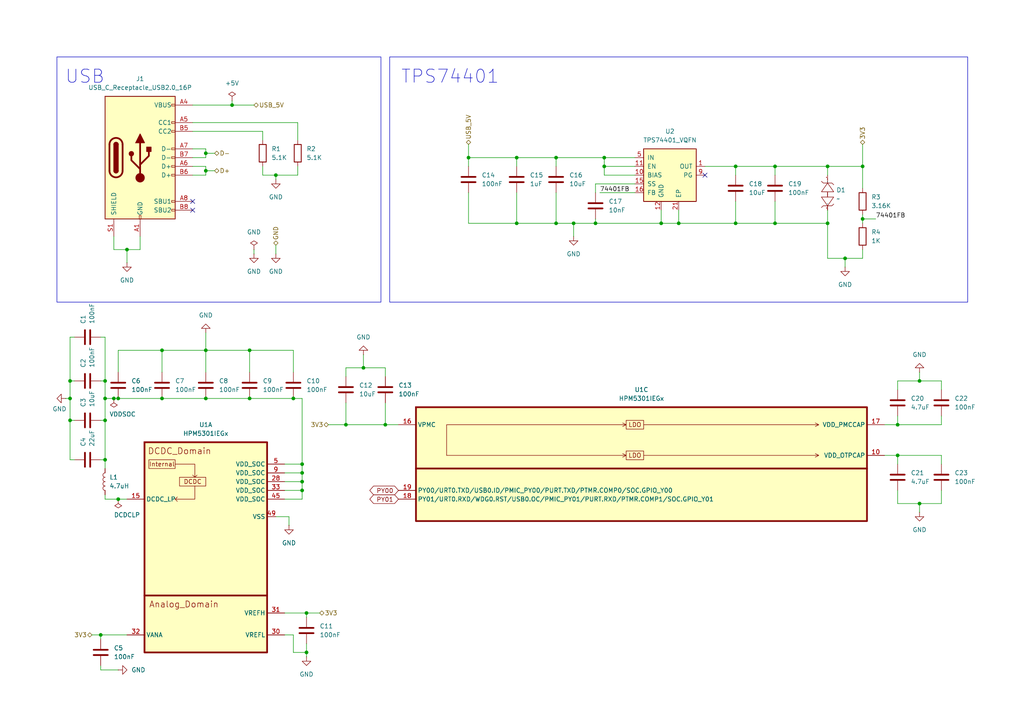
<source format=kicad_sch>
(kicad_sch (version 20250114) (generator "eeschema") (generator_version "9.0")
  (paper "A4")
  (lib_symbols
    (symbol "Connector:USB_C_Receptacle_USB2.0_16P" (pin_names (offset 1.016))
      (property "Reference" "J" (at 0 22.225 0))
      (property "Value" "USB_C_Receptacle_USB2.0_16P" (at 0 19.685 0))
      (symbol "USB_C_Receptacle_USB2.0_16P_0_0"
        (rectangle (start -0.254 -17.78) (end 0.254 -16.764))
        (rectangle (start 10.16 15.494) (end 9.144 14.986))
        (rectangle (start 10.16 10.414) (end 9.144 9.906))
        (rectangle (start 10.16 7.874) (end 9.144 7.366))
        (rectangle (start 10.16 2.794) (end 9.144 2.286))
        (rectangle (start 10.16 0.254) (end 9.144 -0.254))
        (rectangle (start 10.16 -2.286) (end 9.144 -2.794))
        (rectangle (start 10.16 -4.826) (end 9.144 -5.334))
        (rectangle (start 10.16 -12.446) (end 9.144 -12.954))
        (rectangle (start 10.16 -14.986) (end 9.144 -15.494))
      )
      (symbol "USB_C_Receptacle_USB2.0_16P_0_1"
        (rectangle (start -10.16 17.78) (end 10.16 -17.78) (stroke (width 0.254)) (fill (type background)))
        (polyline (pts (xy -8.89 -3.81) (xy -8.89 3.81)) (stroke (width 0.508)))
        (rectangle (start -7.62 -3.81) (end -6.35 3.81) (stroke (width 0.254)) (fill (type outline)))
        (arc (start -7.62 3.81) (mid -6.985 4.4423) (end -6.35 3.81) (stroke (width 0.254)))
        (arc (start -7.62 3.81) (mid -6.985 4.4423) (end -6.35 3.81) (stroke (width 0.254)) (fill (type outline)))
        (arc (start -8.89 3.81) (mid -6.985 5.7067) (end -5.08 3.81) (stroke (width 0.508)))
        (arc (start -5.08 -3.81) (mid -6.985 -5.7067) (end -8.89 -3.81) (stroke (width 0.508)))
        (arc (start -6.35 -3.81) (mid -6.985 -4.4423) (end -7.62 -3.81) (stroke (width 0.254)))
        (arc (start -6.35 -3.81) (mid -6.985 -4.4423) (end -7.62 -3.81) (stroke (width 0.254)) (fill (type outline)))
        (polyline (pts (xy -5.08 3.81) (xy -5.08 -3.81)) (stroke (width 0.508)))
        (circle (center -2.54 1.143) (radius 0.635) (stroke (width 0.254)) (fill (type outline)))
        (polyline (pts (xy -1.27 4.318) (xy 0 6.858) (xy 1.27 4.318) (xy -1.27 4.318)) (stroke (width 0.254)) (fill (type outline)))
        (polyline (pts (xy 0 -2.032) (xy 2.54 0.508) (xy 2.54 1.778)) (stroke (width 0.508)))
        (polyline (pts (xy 0 -3.302) (xy -2.54 -0.762) (xy -2.54 0.508)) (stroke (width 0.508)))
        (polyline (pts (xy 0 -5.842) (xy 0 4.318)) (stroke (width 0.508)))
        (circle (center 0 -5.842) (radius 1.27) (fill (type outline)))
        (rectangle (start 1.905 1.778) (end 3.175 3.048) (stroke (width 0.254)) (fill (type outline)))
      )
      (symbol "USB_C_Receptacle_USB2.0_16P_1_1"
        (pin passive line (at -7.62 -22.86 90) (length 5.08) (name "SHIELD") (number "S1"))
        (pin passive line (at 0 -22.86 90) (length 5.08) (name "GND") (number "A1"))
        (pin passive line (at 0 -22.86 90) (length 5.08) (hide yes) (name "GND") (number "A12"))
        (pin passive line (at 0 -22.86 90) (length 5.08) (hide yes) (name "GND") (number "B1"))
        (pin passive line (at 0 -22.86 90) (length 5.08) (hide yes) (name "GND") (number "B12"))
        (pin passive line (at 15.24 15.24 180) (length 5.08) (name "VBUS") (number "A4"))
        (pin passive line (at 15.24 15.24 180) (length 5.08) (hide yes) (name "VBUS") (number "A9"))
        (pin passive line (at 15.24 15.24 180) (length 5.08) (hide yes) (name "VBUS") (number "B4"))
        (pin passive line (at 15.24 15.24 180) (length 5.08) (hide yes) (name "VBUS") (number "B9"))
        (pin bidirectional line (at 15.24 10.16 180) (length 5.08) (name "CC1") (number "A5"))
        (pin bidirectional line (at 15.24 7.62 180) (length 5.08) (name "CC2") (number "B5"))
        (pin bidirectional line (at 15.24 2.54 180) (length 5.08) (name "D-") (number "A7"))
        (pin bidirectional line (at 15.24 0 180) (length 5.08) (name "D-") (number "B7"))
        (pin bidirectional line (at 15.24 -2.54 180) (length 5.08) (name "D+") (number "A6"))
        (pin bidirectional line (at 15.24 -5.08 180) (length 5.08) (name "D+") (number "B6"))
        (pin bidirectional line (at 15.24 -12.7 180) (length 5.08) (name "SBU1") (number "A8"))
        (pin bidirectional line (at 15.24 -15.24 180) (length 5.08) (name "SBU2") (number "B8"))
      )
    )
    (symbol "Device:C" (pin_numbers (hide yes)) (pin_names (offset 0.254))
      (property "Reference" "C" (at 0.635 2.54 0))
      (property "Value" "C" (at 0.635 -2.54 0))
      (symbol "C_0_1"
        (polyline (pts (xy -2.032 0.762) (xy 2.032 0.762)) (stroke (width 0.508)))
        (polyline (pts (xy -2.032 -0.762) (xy 2.032 -0.762)) (stroke (width 0.508)))
      )
      (symbol "C_1_1"
        (pin passive line (at 0 3.81 270) (length 2.794) (name "~") (number "1"))
        (pin passive line (at 0 -3.81 90) (length 2.794) (name "~") (number "2"))
      )
    )
    (symbol "Device:L" (pin_numbers (hide yes)) (pin_names (offset 1.016) (hide yes))
      (property "Reference" "L" (at -1.27 0 90))
      (property "Value" "L" (at 1.905 0 90))
      (symbol "L_0_1"
        (arc (start 0 2.54) (mid 0.6323 1.905) (end 0 1.27))
        (arc (start 0 1.27) (mid 0.6323 0.635) (end 0 0))
        (arc (start 0 0) (mid 0.6323 -0.635) (end 0 -1.27))
        (arc (start 0 -1.27) (mid 0.6323 -1.905) (end 0 -2.54))
      )
      (symbol "L_1_1"
        (pin passive line (at 0 3.81 270) (length 1.27) (name "1") (number "1"))
        (pin passive line (at 0 -3.81 90) (length 1.27) (name "2") (number "2"))
      )
    )
    (symbol "Device:R" (pin_numbers (hide yes)) (pin_names (offset 0))
      (property "Reference" "R" (at 2.032 0 90))
      (property "Value" "R" (at 0 0 90))
      (symbol "R_0_1"
        (rectangle (start -1.016 -2.54) (end 1.016 2.54) (stroke (width 0.254)))
      )
      (symbol "R_1_1"
        (pin passive line (at 0 3.81 270) (length 1.27) (name "~") (number "1"))
        (pin passive line (at 0 -3.81 90) (length 1.27) (name "~") (number "2"))
      )
    )
    (symbol "EasyEDA_Lib:PESD3V3L1BA_C2827682"
      (property "Reference" "D" (at 0 0 0))
      (symbol "PESD3V3L1BA_C2827682_1_0"
        (polyline (pts (xy -4.318 1.778) (xy -3.81 1.27) (xy -3.81 1.27) (xy -3.81 -1.27) (xy -3.81 -1.27) (xy -3.302 -1.778)))
        (polyline (pts (xy -3.81 0) (xy -5.08 0)))
        (polyline (pts (xy -1.27 1.778) (xy -3.81 0) (xy -3.81 0) (xy -1.27 -1.778) (xy -1.27 -1.778) (xy -1.27 1.778)))
        (polyline (pts (xy -1.016 0) (xy 0.254 0)))
        (polyline (pts (xy 0 0) (xy -1.27 0)))
        (polyline (pts (xy 0.254 -1.778) (xy 2.794 0) (xy 2.794 0) (xy 0.254 1.778) (xy 0.254 1.778) (xy 0.254 -1.778)))
        (polyline (pts (xy 2.286 -1.778) (xy 2.794 -1.27) (xy 2.794 -1.27) (xy 2.794 1.27) (xy 2.794 1.27) (xy 3.302 1.778)))
        (polyline (pts (xy 2.794 0) (xy 4.064 0)))
        (pin unspecified line (at -5.08 0 0) (length 1.27) (name "K") (number "1"))
        (pin unspecified line (at 5.08 0 180) (length 1.27) (name "A") (number "2"))
      )
    )
    (symbol "HPM5300_Library:HPM5301IEG1"
      (property "Reference" "U" (at 1.27 1.27 0))
      (property "Value" "HPM5301IEGx" (at 15.24 1.27 0))
      (symbol "HPM5301IEG1_1_0"
        (pin power_in line (at 38.1 -21.59 180) (length 2.54) (name "VSS") (number "49"))
      )
      (symbol "HPM5301IEG1_1_1"
        (rectangle (start 0 0) (end 35.56 -60.96) (stroke (width 0.508)) (fill (type background)))
        (polyline (pts (xy 0 -44.45) (xy 35.56 -44.45)) (stroke (width 0.508)))
        (rectangle (start 1.27 -5.08) (end 8.89 -7.62))
        (polyline (pts (xy 8.89 -6.35) (xy 14.605 -6.35) (xy 14.605 -10.16) (xy 13.97 -9.525) (xy 14.605 -10.16) (xy 15.24 -9.525)))
        (rectangle (start 10.16 -10.16) (end 17.78 -12.7))
        (polyline (pts (xy 14.605 -12.7) (xy 14.605 -16.51) (xy 8.89 -16.51) (xy 9.525 -15.875) (xy 8.89 -16.51) (xy 9.525 -17.145)))
        (text "Internal" (at 5.08 -6.35 0) (effects (font (size 1.27 1.27))))
        (text "DCDC_Domain" (at 10.16 -2.54 0) (effects (font (size 1.778 1.778))))
        (text "Analog_Domain" (at 11.43 -46.99 0) (effects (font (size 1.778 1.778))))
        (text "DCDC" (at 13.97 -11.43 0) (effects (font (size 1.27 1.27))))
        (pin power_in line (at -5.08 -16.51 0) (length 5.08) (name "DCDC_LP") (number "15"))
        (pin power_in line (at -5.08 -55.88 0) (length 5.08) (name "VANA") (number "32"))
        (pin power_in line (at 40.64 -6.35 180) (length 5.08) (name "VDD_SOC") (number "5"))
        (pin power_in line (at 40.64 -8.89 180) (length 5.08) (name "VDD_SOC") (number "9"))
        (pin power_in line (at 40.64 -11.43 180) (length 5.08) (name "VDD_SOC") (number "28"))
        (pin power_in line (at 40.64 -13.97 180) (length 5.08) (name "VDD_SOC") (number "33"))
        (pin power_in line (at 40.64 -16.51 180) (length 5.08) (name "VDD_SOC") (number "45"))
        (pin power_in line (at 40.64 -49.53 180) (length 5.08) (name "VREFH") (number "31"))
        (pin power_in line (at 40.64 -55.88 180) (length 5.08) (name "VREFL") (number "30"))
      )
      (symbol "HPM5301IEG1_2_1"
        (rectangle (start 0 0) (end 35.56 -33.02) (stroke (width 0.508)) (fill (type background)))
        (pin input line (at -5.08 -3.81 0) (length 5.08) (name "XTALI") (number "35"))
        (pin output line (at -5.08 -12.7 0) (length 5.08) (name "XTALO") (number "36"))
        (pin input line (at -5.08 -17.78 0) (length 5.08) (name "RESETN") (number "13"))
        (pin input line (at -5.08 -21.59 0) (length 5.08) (name "WAKEUP") (number "14"))
      )
      (symbol "HPM5301IEG1_3_0"
        (polyline (pts (xy 8.89 -5.08) (xy 60.96 -5.08) (xy 59.944 -4.572) (xy 60.96 -5.08) (xy 59.944 -5.588)))
        (polyline (pts (xy 8.89 -13.97) (xy 60.96 -13.97) (xy 59.944 -13.462) (xy 60.96 -13.97) (xy 59.944 -14.478)))
        (polyline (pts (xy 66.04 -5.08) (xy 116.84 -5.08) (xy 115.824 -4.572) (xy 116.84 -5.08) (xy 115.824 -5.588)))
        (polyline (pts (xy 66.04 -13.97) (xy 116.84 -13.97) (xy 115.824 -13.462) (xy 116.84 -13.97) (xy 115.824 -14.478)))
      )
      (symbol "HPM5301IEG1_3_1"
        (rectangle (start 0 0) (end 130.81 -33.02) (stroke (width 0.508)) (fill (type background)))
        (polyline (pts (xy 0 -17.78) (xy 130.81 -17.78)) (stroke (width 0.508)))
        (polyline (pts (xy 8.89 -12.7) (xy 8.89 -5.08) (xy 8.89 -13.97)))
        (rectangle (start 60.96 -3.81) (end 66.04 -6.35))
        (rectangle (start 60.96 -12.7) (end 66.04 -15.24))
        (text "LDO" (at 63.5 -5.08 0) (effects (font (size 1.27 1.27))))
        (text "LDO" (at 63.5 -13.97 0) (effects (font (size 1.27 1.27))))
        (pin power_in line (at -5.08 -5.08 0) (length 5.08) (name "VPMC") (number "16"))
        (pin bidirectional line (at -5.08 -24.13 0) (length 5.08) (name "PY00/URT0.TXD/USB0.ID/PMIC_PY00/PURT.TXD/PTMR.COMP0/SOC.GPIO_Y00") (number "19"))
        (pin bidirectional line (at -5.08 -26.67 0) (length 5.08) (name "PY01/URT0.RXD/WDG0.RST/USB0.OC/PMIC_PY01/PURT.RXD/PTMR.COMP1/SOC.GPIO_Y01") (number "18"))
        (pin power_out line (at 135.89 -5.08 180) (length 5.08) (name "VDD_PMCCAP") (number "17"))
        (pin power_out line (at 135.89 -13.97 180) (length 5.08) (name "VDD_OTPCAP") (number "10"))
      )
      (symbol "HPM5301IEG1_4_1"
        (rectangle (start 0 0) (end 111.76 -93.98) (stroke (width 0.508)) (fill (type background)))
        (polyline (pts (xy 0 -12.7) (xy 111.76 -12.7)) (stroke (width 0.5)))
        (text "ISP_UART_TX" (at 48.26 -17.78 0) (effects (font (size 1.27 1.27) (bold yes))))
        (text "ISP_UART_RX" (at 62.23 -20.32 0) (effects (font (size 1.27 1.27) (bold yes))))
        (text "BOOT1" (at 88.9 -25.4 0) (effects (font (size 1.27 1.27) (bold yes))))
        (text "BOOT0" (at 91.44 -22.86 0) (effects (font (size 1.27 1.27) (bold yes))))
        (pin power_in line (at -5.08 -3.81 0) (length 5.08) (name "VIO_B00") (number "6"))
        (pin power_in line (at -5.08 -6.35 0) (length 5.08) (name "VIO_B00") (number "34"))
        (pin power_in line (at -5.08 -8.89 0) (length 5.08) (name "VIO_B01") (number "29"))
        (pin bidirectional line (at -5.08 -17.78 0) (length 5.08) (name "PA00/TMR1.COMP0/URT0.TXD/TRGM0.P00") (number "12"))
        (pin bidirectional line (at -5.08 -20.32 0) (length 5.08) (name "PA01/TMR1.CAPT0/URT0.RXD/TRGM0.P01/ACMP.COMP0") (number "11"))
        (pin bidirectional line (at -5.08 -22.86 0) (length 5.08) (name "PA02/TMR1.COMP1/URT0.DE/URT0.RTS/I2C0.SCL/ACMP.COMP0/TRGM0.P02/ACMP.COMP1") (number "8"))
        (pin bidirectional line (at -5.08 -25.4 0) (length 5.08) (name "PA03/TMR1.CAPT1/URT0.CTS/I2C0.SDA/SPI3.CS3/ACMP.COMP1/TRGM0.P03/ADC0.DBG") (number "7"))
        (pin bidirectional line (at -5.08 -27.94 0) (length 5.08) (name "PA04/URT1.CTS/SPI0.CS0/TRGM0.P04/JTAG.TDO") (number "1"))
        (pin bidirectional line (at -5.08 -30.48 0) (length 5.08) (name "PA05/TMR1.COMP2/URT1.DE/URT1.RTS/SPI0.SCLK/TRGM0.P05/JTAG.TDI") (number "48"))
        (pin bidirectional line (at -5.08 -33.02 0) (length 5.08) (name "PA06/TMR0.CAPT0/URT1.RXD/I2C1.SDA/SPI0.MISO/TRGM0.P06/JTAG.TCK") (number "47"))
        (pin bidirectional line (at -5.08 -35.56 0) (length 5.08) (name "PA07/TMR0.COMP0/URT1.TXD/I2C1.SCL/SPI0.MOSI/TRGM0.P07/JTAG.TMS") (number "46"))
        (pin bidirectional line (at -5.08 -38.1 0) (length 5.08) (name "PA08/TMR0.COMP1/URT2.TXD/I2C2.SCL/SPI3.CS2/JTAG.TRST") (number "2"))
        (pin bidirectional line (at -5.08 -40.64 0) (length 5.08) (name "PA09/TMR0.CAPT1/URT2.RXD/I2C2.SDA/SPI3.CS1") (number "3"))
        (pin bidirectional line (at -5.08 -43.18 0) (length 5.08) (name "PA10/TMR0.COMP2/URT2.DE/URT2.RTS/SPI3.CS0/ACMP.COMP0") (number "4"))
        (pin bidirectional line (at -5.08 -45.72 0) (length 5.08) (name "PA24/I2C2.SCL/SPI1.CS2/XPI0.CA_CS1/TRGM0.P00") (number "44"))
        (pin bidirectional line (at -5.08 -48.26 0) (length 5.08) (name "PA25/I2C2.SDA/SPI1.CS1/XPI0.CA_DQS/TRGM0.P01") (number "43"))
        (pin bidirectional line (at -5.08 -50.8 0) (length 5.08) (name "PA26/SPI1.CS0/XPI0.CA_D3/TRGM0.P02") (number "42"))
        (pin bidirectional line (at -5.08 -53.34 0) (length 5.08) (name "PA27/SPI1.SCLK/XPI0.CA_SCLK/TRGM0.P03") (number "41"))
        (pin bidirectional line (at -5.08 -55.88 0) (length 5.08) (name "PA28/I2C3.SDA/SPI1.MISO/XPI0.CA_D0/TRGM0.P04") (number "40"))
        (pin bidirectional line (at -5.08 -58.42 0) (length 5.08) (name "PA29/I2C3.SCL/SPI1.MOSI/XPI0.CA_D2/TRGM0.P05/USB0.OC") (number "39"))
        (pin bidirectional line (at -5.08 -60.96 0) (length 5.08) (name "PA30/SPI1.DAT2/XPI0.CA_D1/TRGM0.P06/USB0.PWR") (number "38"))
        (pin bidirectional line (at -5.08 -63.5 0) (length 5.08) (name "PA31/SPI1.DAT3/XPI0.CA_CS0/TRGM0.P07/USB0.ID") (number "37"))
        (pin bidirectional line (at -5.08 -72.39 0) (length 5.08) (name "PB08/TMR0.COMP1/URT2.TXD/I2C2.SCL/SPI2.CS2/ACMP.COMP0/USB0.ID/ADC0.IN11/CMP0.INN6/CMP1.INN6") (number "27"))
        (pin bidirectional line (at -5.08 -74.93 0) (length 5.08) (name "PB09/TMR0.CAPT1/URT2.RXD/I2C2.SDA/SPI2.CS1/ACMP.COMP1/USB0.OC/ADC0.IN1/CMP0.INP6/CMP1.INP6") (number "26"))
        (pin bidirectional line (at -5.08 -77.47 0) (length 5.08) (name "PB10/TMR0.COMP2/URT2.DE/URT2.RTS/SPI2.CS0/ACMP.COMP0/USB0.PWR/ADC0.IN2/CMP0.INP4/CMP1.INP4") (number "25"))
        (pin bidirectional line (at -5.08 -80.01 0) (length 5.08) (name "PB11/URT2.CTS/SPI2.SCLK/ACMP.COMP1/ADC0.IN3/CMP0.INN4/CMP1.INN4") (number "24"))
        (pin bidirectional line (at -5.08 -82.55 0) (length 5.08) (name "PB12/URT3.CTS/I2C3.SDA/SPI2.MISO/TRGM0.P00/ADC0.IN4/CMP0.INN2/CMP1.INN2") (number "23"))
        (pin bidirectional line (at -5.08 -85.09 0) (length 5.08) (name "PB13/TMR1.COMP3/URT3.DE/URT3.RTS/I2C3.SCL/SPI2.MOSI/TRGM0.P01/ADC0.IN5/CMP0.INP2/CMP1.INP2") (number "22"))
        (pin bidirectional line (at -5.08 -87.63 0) (length 5.08) (name "PB14/URT3.RXD/SPI2.DAT2/TRGM0.P02/ADC0.IN6/CMP0.INN1/CMP1.INN1") (number "21"))
        (pin bidirectional line (at -5.08 -90.17 0) (length 5.08) (name "PB15/TMR0.COMP3/URT3.TXD/SPI2.DAT3/TRGM0.P03/ADC0.IN7/CMP0.INP1/CMP1.INP1") (number "20"))
      )
    )
    (symbol "Regulator_Linear:TPS74401_VQFN" (pin_names (offset 1.016))
      (property "Reference" "U" (at -6.35 8.89 0))
      (property "Value" "TPS74401_VQFN" (at 11.43 8.89 0))
      (symbol "TPS74401_VQFN_0_1"
        (rectangle (start -7.62 7.62) (end 7.62 -7.62) (stroke (width 0.254)) (fill (type background)))
      )
      (symbol "TPS74401_VQFN_1_1"
        (pin power_in line (at -10.16 5.08 0) (length 2.54) (name "IN") (number "5"))
        (pin passive line (at -10.16 5.08 0) (length 2.54) (hide yes) (name "IN") (number "6"))
        (pin passive line (at -10.16 5.08 0) (length 2.54) (hide yes) (name "IN") (number "7"))
        (pin passive line (at -10.16 5.08 0) (length 2.54) (hide yes) (name "IN") (number "8"))
        (pin input line (at -10.16 2.54 0) (length 2.54) (name "EN") (number "11"))
        (pin input line (at -10.16 0 0) (length 2.54) (name "BIAS") (number "10"))
        (pin input line (at -10.16 -2.54 0) (length 2.54) (name "SS") (number "15"))
        (pin input line (at -10.16 -5.08 0) (length 2.54) (name "FB") (number "16"))
        (pin no_connect line (at -2.54 7.62 270) (length 2.54) (hide yes) (name "NC") (number "2"))
        (pin power_in line (at -2.54 -10.16 90) (length 2.54) (name "GND") (number "12"))
        (pin no_connect line (at 0 7.62 270) (length 2.54) (hide yes) (name "NC") (number "3"))
        (pin no_connect line (at 0 -7.62 90) (length 2.54) (hide yes) (name "NC") (number "13"))
        (pin no_connect line (at 2.54 7.62 270) (length 2.54) (hide yes) (name "NC") (number "4"))
        (pin power_in line (at 2.54 -10.16 90) (length 2.54) (name "EP") (number "21"))
        (pin no_connect line (at 7.62 -2.54 180) (length 2.54) (hide yes) (name "NC") (number "17"))
        (pin no_connect line (at 7.62 -5.08 180) (length 2.54) (hide yes) (name "NC") (number "14"))
        (pin power_out line (at 10.16 2.54 180) (length 2.54) (name "OUT") (number "1"))
        (pin passive line (at 10.16 2.54 180) (length 2.54) (hide yes) (name "OUT") (number "18"))
        (pin passive line (at 10.16 2.54 180) (length 2.54) (hide yes) (name "OUT") (number "19"))
        (pin passive line (at 10.16 2.54 180) (length 2.54) (hide yes) (name "OUT") (number "20"))
        (pin output line (at 10.16 0 180) (length 2.54) (name "PG") (number "9"))
      )
    )
    (symbol "power:GND" (power) (pin_numbers (hide yes)) (pin_names (offset 0) (hide yes))
      (property "Value" "GND" (at 0 -3.81 0))
      (symbol "GND_0_1"
        (polyline (pts (xy 0 0) (xy 0 -1.27) (xy 1.27 -1.27) (xy 0 -2.54) (xy -1.27 -1.27) (xy 0 -1.27)))
      )
      (symbol "GND_1_1"
        (pin power_in line (at 0 0 270) (length 0) (name "~") (number "1"))
      )
    )
    (symbol "power:PWR_FLAG" (power) (pin_numbers (hide yes)) (pin_names (offset 0) (hide yes))
      (property "Value" "PWR_FLAG" (at 0 3.81 0))
      (symbol "PWR_FLAG_0_0"
        (pin power_out line (at 0 0 90) (length 0) (name "~") (number "1"))
      )
      (symbol "PWR_FLAG_0_1"
        (polyline (pts (xy 0 0) (xy 0 1.27) (xy -1.016 1.905) (xy 0 2.54) (xy 1.016 1.905) (xy 0 1.27)))
      )
    )
  )
  (rectangle (start 16.51 16.51) (end 110.49 87.63))
  (rectangle (start 113.03 16.51) (end 280.67 87.63))
  (text "USB" (at 24.638 22.352 0) (effects (font (size 3.81 3.81))))
  (text "TPS74401" (at 130.556 22.352 0) (effects (font (size 3.81 3.81))))
  (junction (at 20.32 110.49))
  (junction (at 224.79 64.77))
  (junction (at 245.11 74.93))
  (junction (at 240.03 48.26))
  (junction (at 67.31 30.48))
  (junction (at 29.21 184.15))
  (junction (at 260.35 132.08))
  (junction (at 266.7 146.05))
  (junction (at 87.63 142.24))
  (junction (at 20.32 115.57))
  (junction (at 85.09 115.57))
  (junction (at 59.69 115.57))
  (junction (at 88.9 177.8))
  (junction (at 100.33 123.19))
  (junction (at 149.86 64.77))
  (junction (at 191.77 64.77))
  (junction (at 196.85 64.77))
  (junction (at 30.48 133.35))
  (junction (at 36.83 72.39))
  (junction (at 34.29 115.57))
  (junction (at 161.29 45.72))
  (junction (at 224.79 48.26))
  (junction (at 149.86 45.72))
  (junction (at 260.35 123.19))
  (junction (at 46.99 115.57))
  (junction (at 87.63 139.7))
  (junction (at 135.89 45.72))
  (junction (at 175.26 45.72))
  (junction (at 266.7 110.49))
  (junction (at 172.72 64.77))
  (junction (at 240.03 64.77))
  (junction (at 250.19 48.26))
  (junction (at 30.48 110.49))
  (junction (at 80.01 50.8))
  (junction (at 166.37 64.77))
  (junction (at 213.36 64.77))
  (junction (at 161.29 64.77))
  (junction (at 250.19 63.5))
  (junction (at 87.63 134.62))
  (junction (at 20.32 121.92))
  (junction (at 30.48 121.92))
  (junction (at 111.76 123.19))
  (junction (at 72.39 115.57))
  (junction (at 175.26 48.26))
  (junction (at 59.69 44.45))
  (junction (at 87.63 137.16))
  (junction (at 59.69 101.6))
  (junction (at 33.02 115.57))
  (junction (at 34.29 144.78))
  (junction (at 30.48 115.57))
  (junction (at 213.36 48.26))
  (junction (at 88.9 189.23))
  (junction (at 46.99 101.6))
  (junction (at 59.69 49.53))
  (junction (at 105.41 106.68))
  (junction (at 72.39 101.6))
  (no_connect (at 204.47 50.8))
  (no_connect (at 55.88 58.42))
  (no_connect (at 55.88 60.96))
  (wire (pts (xy 33.02 115.57) (xy 34.29 115.57)))
  (wire (pts (xy 34.29 115.57) (xy 46.99 115.57)))
  (wire (pts (xy 166.37 64.77) (xy 166.37 68.58)))
  (wire (pts (xy 135.89 55.88) (xy 135.89 64.77)))
  (wire (pts (xy 172.72 64.77) (xy 191.77 64.77)))
  (wire (pts (xy 20.32 97.79) (xy 20.32 110.49)))
  (wire (pts (xy 88.9 177.8) (xy 88.9 179.07)))
  (wire (pts (xy 250.19 48.26) (xy 240.03 48.26)))
  (wire (pts (xy 29.21 184.15) (xy 26.67 184.15)))
  (wire (pts (xy 29.21 121.92) (xy 30.48 121.92)))
  (wire (pts (xy 250.19 41.91) (xy 250.19 48.26)))
  (wire (pts (xy 82.55 177.8) (xy 88.9 177.8)))
  (wire (pts (xy 46.99 115.57) (xy 59.69 115.57)))
  (wire (pts (xy 213.36 64.77) (xy 196.85 64.77)))
  (wire (pts (xy 55.88 43.18) (xy 59.69 43.18)))
  (wire (pts (xy 245.11 77.47) (xy 245.11 74.93)))
  (wire (pts (xy 260.35 123.19) (xy 260.35 120.65)))
  (wire (pts (xy 111.76 116.84) (xy 111.76 123.19)))
  (wire (pts (xy 266.7 110.49) (xy 266.7 107.95)))
  (wire (pts (xy 273.05 120.65) (xy 273.05 123.19)))
  (wire (pts (xy 86.36 50.8) (xy 86.36 48.26)))
  (wire (pts (xy 21.59 133.35) (xy 20.32 133.35)))
  (wire (pts (xy 33.02 72.39) (xy 36.83 72.39)))
  (wire (pts (xy 196.85 60.96) (xy 196.85 64.77)))
  (wire (pts (xy 82.55 142.24) (xy 87.63 142.24)))
  (wire (pts (xy 30.48 97.79) (xy 30.48 110.49)))
  (wire (pts (xy 29.21 184.15) (xy 29.21 185.42)))
  (wire (pts (xy 87.63 137.16) (xy 87.63 139.7)))
  (wire (pts (xy 161.29 64.77) (xy 166.37 64.77)))
  (wire (pts (xy 72.39 107.95) (xy 72.39 101.6)))
  (wire (pts (xy 100.33 106.68) (xy 105.41 106.68)))
  (wire (pts (xy 266.7 146.05) (xy 266.7 148.59)))
  (wire (pts (xy 95.25 123.19) (xy 100.33 123.19)))
  (wire (pts (xy 76.2 40.64) (xy 76.2 38.1)))
  (wire (pts (xy 59.69 101.6) (xy 59.69 107.95)))
  (wire (pts (xy 204.47 48.26) (xy 213.36 48.26)))
  (wire (pts (xy 105.41 106.68) (xy 105.41 102.87)))
  (wire (pts (xy 80.01 50.8) (xy 86.36 50.8)))
  (wire (pts (xy 85.09 115.57) (xy 87.63 115.57)))
  (wire (pts (xy 256.54 132.08) (xy 260.35 132.08)))
  (wire (pts (xy 87.63 142.24) (xy 87.63 144.78)))
  (wire (pts (xy 85.09 107.95) (xy 85.09 101.6)))
  (wire (pts (xy 184.15 53.34) (xy 172.72 53.34)))
  (wire (pts (xy 100.33 123.19) (xy 111.76 123.19)))
  (wire (pts (xy 21.59 97.79) (xy 20.32 97.79)))
  (wire (pts (xy 30.48 143.51) (xy 30.48 144.78)))
  (wire (pts (xy 36.83 184.15) (xy 29.21 184.15)))
  (wire (pts (xy 161.29 55.88) (xy 161.29 64.77)))
  (wire (pts (xy 250.19 54.61) (xy 250.19 48.26)))
  (wire (pts (xy 273.05 113.03) (xy 273.05 110.49)))
  (wire (pts (xy 135.89 48.26) (xy 135.89 45.72)))
  (wire (pts (xy 76.2 50.8) (xy 80.01 50.8)))
  (wire (pts (xy 213.36 58.42) (xy 213.36 64.77)))
  (wire (pts (xy 29.21 110.49) (xy 30.48 110.49)))
  (wire (pts (xy 34.29 101.6) (xy 46.99 101.6)))
  (wire (pts (xy 260.35 132.08) (xy 260.35 134.62)))
  (wire (pts (xy 240.03 48.26) (xy 224.79 48.26)))
  (wire (pts (xy 260.35 142.24) (xy 260.35 146.05)))
  (wire (pts (xy 250.19 62.23) (xy 250.19 63.5)))
  (wire (pts (xy 135.89 41.91) (xy 135.89 45.72)))
  (wire (pts (xy 59.69 48.26) (xy 59.69 49.53)))
  (wire (pts (xy 85.09 189.23) (xy 88.9 189.23)))
  (wire (pts (xy 135.89 64.77) (xy 149.86 64.77)))
  (wire (pts (xy 72.39 115.57) (xy 85.09 115.57)))
  (wire (pts (xy 59.69 101.6) (xy 72.39 101.6)))
  (wire (pts (xy 166.37 64.77) (xy 172.72 64.77)))
  (wire (pts (xy 86.36 40.64) (xy 86.36 35.56)))
  (wire (pts (xy 34.29 144.78) (xy 36.83 144.78)))
  (wire (pts (xy 67.31 30.48) (xy 73.66 30.48)))
  (wire (pts (xy 224.79 58.42) (xy 224.79 64.77)))
  (wire (pts (xy 20.32 115.57) (xy 20.32 110.49)))
  (wire (pts (xy 250.19 63.5) (xy 250.19 64.77)))
  (wire (pts (xy 82.55 137.16) (xy 87.63 137.16)))
  (wire (pts (xy 30.48 110.49) (xy 30.48 115.57)))
  (wire (pts (xy 224.79 50.8) (xy 224.79 48.26)))
  (wire (pts (xy 260.35 123.19) (xy 273.05 123.19)))
  (wire (pts (xy 76.2 50.8) (xy 76.2 48.26)))
  (wire (pts (xy 149.86 48.26) (xy 149.86 45.72)))
  (wire (pts (xy 36.83 72.39) (xy 36.83 76.2)))
  (wire (pts (xy 250.19 74.93) (xy 245.11 74.93)))
  (wire (pts (xy 30.48 115.57) (xy 30.48 121.92)))
  (wire (pts (xy 100.33 116.84) (xy 100.33 123.19)))
  (wire (pts (xy 87.63 115.57) (xy 87.63 134.62)))
  (wire (pts (xy 55.88 45.72) (xy 59.69 45.72)))
  (wire (pts (xy 55.88 30.48) (xy 67.31 30.48)))
  (wire (pts (xy 29.21 133.35) (xy 30.48 133.35)))
  (wire (pts (xy 87.63 134.62) (xy 82.55 134.62)))
  (wire (pts (xy 67.31 30.48) (xy 67.31 29.21)))
  (wire (pts (xy 59.69 49.53) (xy 62.23 49.53)))
  (wire (pts (xy 240.03 60.96) (xy 240.03 64.77)))
  (wire (pts (xy 30.48 133.35) (xy 30.48 135.89)))
  (wire (pts (xy 273.05 142.24) (xy 273.05 146.05)))
  (wire (pts (xy 175.26 48.26) (xy 184.15 48.26)))
  (wire (pts (xy 260.35 113.03) (xy 260.35 110.49)))
  (wire (pts (xy 161.29 45.72) (xy 175.26 45.72)))
  (wire (pts (xy 83.82 149.86) (xy 83.82 152.4)))
  (wire (pts (xy 87.63 139.7) (xy 87.63 142.24)))
  (wire (pts (xy 224.79 64.77) (xy 213.36 64.77)))
  (wire (pts (xy 29.21 97.79) (xy 30.48 97.79)))
  (wire (pts (xy 224.79 48.26) (xy 213.36 48.26)))
  (wire (pts (xy 33.02 68.58) (xy 33.02 72.39)))
  (wire (pts (xy 273.05 146.05) (xy 266.7 146.05)))
  (wire (pts (xy 273.05 110.49) (xy 266.7 110.49)))
  (wire (pts (xy 149.86 45.72) (xy 161.29 45.72)))
  (wire (pts (xy 240.03 50.8) (xy 240.03 48.26)))
  (wire (pts (xy 260.35 132.08) (xy 273.05 132.08)))
  (wire (pts (xy 88.9 177.8) (xy 92.71 177.8)))
  (wire (pts (xy 59.69 45.72) (xy 59.69 44.45)))
  (wire (pts (xy 80.01 149.86) (xy 83.82 149.86)))
  (wire (pts (xy 30.48 121.92) (xy 30.48 133.35)))
  (wire (pts (xy 21.59 110.49) (xy 20.32 110.49)))
  (wire (pts (xy 34.29 107.95) (xy 34.29 101.6)))
  (wire (pts (xy 20.32 115.57) (xy 19.05 115.57)))
  (wire (pts (xy 111.76 123.19) (xy 115.57 123.19)))
  (wire (pts (xy 256.54 123.19) (xy 260.35 123.19)))
  (wire (pts (xy 59.69 44.45) (xy 62.23 44.45)))
  (wire (pts (xy 73.66 72.39) (xy 73.66 73.66)))
  (wire (pts (xy 80.01 71.12) (xy 80.01 73.66)))
  (wire (pts (xy 85.09 184.15) (xy 85.09 189.23)))
  (wire (pts (xy 260.35 146.05) (xy 266.7 146.05)))
  (wire (pts (xy 55.88 35.56) (xy 86.36 35.56)))
  (wire (pts (xy 100.33 109.22) (xy 100.33 106.68)))
  (wire (pts (xy 40.64 68.58) (xy 40.64 72.39)))
  (wire (pts (xy 34.29 194.31) (xy 29.21 194.31)))
  (wire (pts (xy 87.63 134.62) (xy 87.63 137.16)))
  (wire (pts (xy 55.88 50.8) (xy 59.69 50.8)))
  (wire (pts (xy 82.55 184.15) (xy 85.09 184.15)))
  (wire (pts (xy 88.9 189.23) (xy 88.9 186.69)))
  (wire (pts (xy 149.86 64.77) (xy 161.29 64.77)))
  (wire (pts (xy 175.26 50.8) (xy 175.26 48.26)))
  (wire (pts (xy 149.86 55.88) (xy 149.86 64.77)))
  (wire (pts (xy 213.36 48.26) (xy 213.36 50.8)))
  (wire (pts (xy 196.85 64.77) (xy 191.77 64.77)))
  (wire (pts (xy 59.69 50.8) (xy 59.69 49.53)))
  (wire (pts (xy 21.59 121.92) (xy 20.32 121.92)))
  (wire (pts (xy 29.21 194.31) (xy 29.21 193.04)))
  (wire (pts (xy 55.88 48.26) (xy 59.69 48.26)))
  (wire (pts (xy 59.69 96.52) (xy 59.69 101.6)))
  (wire (pts (xy 254 63.5) (xy 250.19 63.5)))
  (wire (pts (xy 135.89 45.72) (xy 149.86 45.72)))
  (wire (pts (xy 20.32 121.92) (xy 20.32 115.57)))
  (wire (pts (xy 46.99 101.6) (xy 59.69 101.6)))
  (wire (pts (xy 87.63 144.78) (xy 82.55 144.78)))
  (wire (pts (xy 111.76 109.22) (xy 111.76 106.68)))
  (wire (pts (xy 175.26 48.26) (xy 175.26 45.72)))
  (wire (pts (xy 30.48 115.57) (xy 33.02 115.57)))
  (wire (pts (xy 46.99 107.95) (xy 46.99 101.6)))
  (wire (pts (xy 191.77 64.77) (xy 191.77 60.96)))
  (wire (pts (xy 184.15 50.8) (xy 175.26 50.8)))
  (wire (pts (xy 173.99 55.88) (xy 184.15 55.88)))
  (wire (pts (xy 80.01 50.8) (xy 80.01 52.07)))
  (wire (pts (xy 240.03 64.77) (xy 224.79 64.77)))
  (wire (pts (xy 30.48 144.78) (xy 34.29 144.78)))
  (wire (pts (xy 88.9 190.5) (xy 88.9 189.23)))
  (wire (pts (xy 260.35 110.49) (xy 266.7 110.49)))
  (wire (pts (xy 245.11 74.93) (xy 240.03 74.93)))
  (wire (pts (xy 40.64 72.39) (xy 36.83 72.39)))
  (wire (pts (xy 273.05 132.08) (xy 273.05 134.62)))
  (wire (pts (xy 250.19 72.39) (xy 250.19 74.93)))
  (wire (pts (xy 172.72 53.34) (xy 172.72 55.88)))
  (wire (pts (xy 161.29 48.26) (xy 161.29 45.72)))
  (wire (pts (xy 172.72 63.5) (xy 172.72 64.77)))
  (wire (pts (xy 175.26 45.72) (xy 184.15 45.72)))
  (wire (pts (xy 82.55 139.7) (xy 87.63 139.7)))
  (wire (pts (xy 20.32 133.35) (xy 20.32 121.92)))
  (wire (pts (xy 72.39 101.6) (xy 85.09 101.6)))
  (wire (pts (xy 76.2 38.1) (xy 55.88 38.1)))
  (wire (pts (xy 59.69 43.18) (xy 59.69 44.45)))
  (wire (pts (xy 59.69 115.57) (xy 72.39 115.57)))
  (wire (pts (xy 111.76 106.68) (xy 105.41 106.68)))
  (wire (pts (xy 240.03 74.93) (xy 240.03 64.77)))
  (label "74401FB" (at 173.99 55.88 0))
  (label "74401FB" (at 254 63.5 0))
  (global_label "PY01" (shape bidirectional) (at 115.57 144.78 180) (property "Intersheetrefs" "${INTERSHEET_REFS}" (effects (hide yes))))
  (global_label "PY00" (shape bidirectional) (at 115.57 142.24 180) (property "Intersheetrefs" "${INTERSHEET_REFS}" (effects (hide yes))))
  (hierarchical_label "3V3" (shape bidirectional) (at 92.71 177.8 0))
  (hierarchical_label "USB_5V" (shape bidirectional) (at 73.66 30.48 0))
  (hierarchical_label "3V3" (shape bidirectional) (at 95.25 123.19 180))
  (hierarchical_label "3V3" (shape bidirectional) (at 250.19 41.91 90))
  (hierarchical_label "D-" (shape bidirectional) (at 62.23 44.45 0))
  (hierarchical_label "3V3" (shape bidirectional) (at 26.67 184.15 180))
  (hierarchical_label "GND" (shape bidirectional) (at 80.01 71.12 90))
  (hierarchical_label "USB_5V" (shape bidirectional) (at 135.89 41.91 90))
  (hierarchical_label "D+" (shape bidirectional) (at 62.23 49.53 0))
  (symbol (lib_id "power:PWR_FLAG") (at 33.02 115.57 180) (unit 1)
    (property "Reference" "#FLG01" (effects (hide yes)))
    (property "Value" "VDDSOC" (at 35.56 120.142 0))
    (property "Description" "Special symbol for telling ERC where power comes from" (effects (hide yes)))
  )
  (symbol (lib_id "Device:C") (at 161.29 52.07 0) (unit 1)
    (property "Reference" "C16" (at 165.1 50.7999 0) (effects (justify left)))
    (property "Value" "10uF" (at 165.1 53.3399 0) (effects (justify left)))
    (property "Footprint" "Capacitor_SMD:C_0603_1608Metric" (effects (hide yes)))
    (property "Description" "Unpolarized capacitor" (effects (hide yes)))
  )
  (symbol (lib_id "power:GND") (at 19.05 115.57 270) (unit 1)
    (property "Reference" "#PWR01" (effects (hide yes)))
    (property "Value" "GND" (at 19.304 118.618 90) (effects (justify right)))
    (property "Description" "Power symbol creates a global label with name \"GND\" , ground" (effects (hide yes)))
  )
  (symbol (lib_id "Device:C") (at 46.99 111.76 0) (unit 1)
    (property "Reference" "C7" (at 50.8 110.4899 0) (effects (justify left)))
    (property "Value" "100nF" (at 50.8 113.0299 0) (effects (justify left)))
    (property "Footprint" "Capacitor_SMD:C_0402_1005Metric" (effects (hide yes)))
    (property "Description" "Unpolarized capacitor" (effects (hide yes)))
  )
  (symbol (lib_id "Device:C") (at 25.4 121.92 90) (unit 1)
    (property "Reference" "C3" (at 24.1299 118.11 0) (effects (justify left)))
    (property "Value" "10uF" (at 26.6699 118.11 0) (effects (justify left)))
    (property "Footprint" "Capacitor_SMD:C_0603_1608Metric" (effects (hide yes)))
    (property "Description" "Unpolarized capacitor" (effects (hide yes)))
  )
  (symbol (lib_id "Device:C") (at 88.9 182.88 0) (unit 1)
    (property "Reference" "C11" (at 92.71 181.6099 0) (effects (justify left)))
    (property "Value" "100nF" (at 92.71 184.1499 0) (effects (justify left)))
    (property "Footprint" "Capacitor_SMD:C_0402_1005Metric" (effects (hide yes)))
    (property "Description" "Unpolarized capacitor" (effects (hide yes)))
  )
  (symbol (lib_id "Device:C") (at 85.09 111.76 0) (unit 1)
    (property "Reference" "C10" (at 88.9 110.4899 0) (effects (justify left)))
    (property "Value" "100nF" (at 88.9 113.0299 0) (effects (justify left)))
    (property "Footprint" "Capacitor_SMD:C_0402_1005Metric" (effects (hide yes)))
    (property "Description" "Unpolarized capacitor" (effects (hide yes)))
  )
  (symbol (lib_id "Device:C") (at 273.05 138.43 0) (unit 1)
    (property "Reference" "C23" (at 276.86 137.1599 0) (effects (justify left)))
    (property "Value" "100nF" (at 276.86 139.6999 0) (effects (justify left)))
    (property "Footprint" "Capacitor_SMD:C_0402_1005Metric" (effects (hide yes)))
    (property "Description" "Unpolarized capacitor" (effects (hide yes)))
  )
  (symbol (lib_id "power:GND") (at 34.29 194.31 90) (unit 1)
    (property "Reference" "#PWR02" (effects (hide yes)))
    (property "Value" "GND" (at 38.1 194.3099 90) (effects (justify right)))
    (property "Description" "Power symbol creates a global label with name \"GND\" , ground" (effects (hide yes)))
  )
  (symbol (lib_id "Device:C") (at 25.4 97.79 90) (unit 1)
    (property "Reference" "C1" (at 24.1299 93.98 0) (effects (justify left)))
    (property "Value" "100nF" (at 26.6699 93.98 0) (effects (justify left)))
    (property "Footprint" "Capacitor_SMD:C_0402_1005Metric" (effects (hide yes)))
    (property "Description" "Unpolarized capacitor" (effects (hide yes)))
  )
  (symbol (lib_id "Device:C") (at 213.36 54.61 0) (unit 1)
    (property "Reference" "C18" (at 217.17 53.3399 0) (effects (justify left)))
    (property "Value" "10uF" (at 217.17 55.8799 0) (effects (justify left)))
    (property "Footprint" "Capacitor_SMD:C_0603_1608Metric" (effects (hide yes)))
    (property "Description" "Unpolarized capacitor" (effects (hide yes)))
  )
  (symbol (lib_id "Device:R") (at 76.2 44.45 0) (unit 1)
    (property "Reference" "R1" (at 78.74 43.1799 0) (effects (justify left)))
    (property "Value" "5.1K" (at 78.74 45.7199 0) (effects (justify left)))
    (property "Footprint" "Resistor_SMD:R_0402_1005Metric" (effects (hide yes)))
    (property "Description" "Resistor" (effects (hide yes)))
  )
  (symbol (lib_id "Device:C") (at 149.86 52.07 0) (unit 1)
    (property "Reference" "C15" (at 153.67 50.7999 0) (effects (justify left)))
    (property "Value" "1uF" (at 153.67 53.3399 0) (effects (justify left)))
    (property "Footprint" "Capacitor_SMD:C_0402_1005Metric" (effects (hide yes)))
    (property "Description" "Unpolarized capacitor" (effects (hide yes)))
  )
  (symbol (lib_id "Device:C") (at 135.89 52.07 0) (unit 1)
    (property "Reference" "C14" (at 139.7 50.7999 0) (effects (justify left)))
    (property "Value" "100nF" (at 139.7 53.3399 0) (effects (justify left)))
    (property "Footprint" "Capacitor_SMD:C_0402_1005Metric" (effects (hide yes)))
    (property "Description" "Unpolarized capacitor" (effects (hide yes)))
  )
  (symbol (lib_id "power:GND") (at 245.11 77.47 0) (unit 1)
    (property "Reference" "#PWR012" (effects (hide yes)))
    (property "Value" "GND" (at 245.11 82.55 0))
    (property "Description" "Power symbol creates a global label with name \"GND\" , ground" (effects (hide yes)))
  )
  (symbol (lib_id "Device:C") (at 100.33 113.03 0) (unit 1)
    (property "Reference" "C12" (at 104.14 111.7599 0) (effects (justify left)))
    (property "Value" "10uF" (at 104.14 114.2999 0) (effects (justify left)))
    (property "Footprint" "Capacitor_SMD:C_0603_1608Metric" (effects (hide yes)))
    (property "Description" "Unpolarized capacitor" (effects (hide yes)))
  )
  (symbol (lib_id "Device:C") (at 111.76 113.03 0) (unit 1)
    (property "Reference" "C13" (at 115.57 111.7599 0) (effects (justify left)))
    (property "Value" "100nF" (at 115.57 114.2999 0) (effects (justify left)))
    (property "Footprint" "Capacitor_SMD:C_0402_1005Metric" (effects (hide yes)))
    (property "Description" "Unpolarized capacitor" (effects (hide yes)))
  )
  (symbol (lib_id "Device:R") (at 250.19 58.42 0) (unit 1)
    (property "Reference" "R3" (at 252.73 57.1499 0) (effects (justify left)))
    (property "Value" "3.16K" (at 252.73 59.6899 0) (effects (justify left)))
    (property "Footprint" "Resistor_SMD:R_0402_1005Metric" (effects (hide yes)))
    (property "Description" "Resistor" (effects (hide yes)))
  )
  (symbol (lib_id "power:GND") (at 80.01 52.07 0) (unit 1)
    (property "Reference" "#PWR06" (effects (hide yes)))
    (property "Value" "GND" (at 80.01 57.15 0))
    (property "Description" "Power symbol creates a global label with name \"GND\" , ground" (effects (hide yes)))
  )
  (symbol (lib_id "power:PWR_FLAG") (at 73.66 72.39 0) (unit 1)
    (property "Reference" "#FLG04" (effects (hide yes)))
    (property "Value" "GND" (at 73.66 67.31 0))
    (property "Description" "Special symbol for telling ERC where power comes from" (effects (hide yes)))
  )
  (symbol (lib_id "power:GND") (at 36.83 76.2 0) (unit 1)
    (property "Reference" "#PWR03" (effects (hide yes)))
    (property "Value" "GND" (at 36.83 81.28 0))
    (property "Description" "Power symbol creates a global label with name \"GND\" , ground" (effects (hide yes)))
  )
  (symbol (lib_id "power:GND") (at 73.66 73.66 0) (unit 1)
    (property "Reference" "#PWR05" (effects (hide yes)))
    (property "Value" "GND" (at 73.66 78.74 0))
    (property "Description" "Power symbol creates a global label with name \"GND\" , ground" (effects (hide yes)))
  )
  (symbol (lib_id "power:GND") (at 88.9 190.5 0) (unit 1)
    (property "Reference" "#PWR09" (effects (hide yes)))
    (property "Value" "GND" (at 88.9 195.58 0))
    (property "Description" "Power symbol creates a global label with name \"GND\" , ground" (effects (hide yes)))
  )
  (symbol (lib_id "EasyEDA_Lib:PESD3V3L1BA_C2827682") (at 240.03 55.88 90) (unit 1)
    (property "Reference" "D1" (at 242.57 55.1179 90) (effects (justify right)))
    (property "Value" "~" (at 242.57 57.6579 90) (effects (justify right)))
    (property "Footprint" "EasyEDA_Lib:SOD-323_L1.7-W1.3-LS2.5-BI" (effects (hide yes)))
    (property "Datasheet" "https://atta.szlcsc.com/upload/public/pdf/source/20210810/2451B377E3770C9B3156D32EB4ED7F49.pdf" (effects (hide yes)))
    (property "Description" "polarity:Bidirectional Reverse Stand-Off Voltage (Vrwm):3.3V Maximum Clamping Voltage:12V Peak Pulse Current (Ipp):35A Peak Pulse Power Dissipation (Ppp):400W Breakdown Voltage:6V Reverse Leakage Current (Ir):200nA Number of Lines:Single channel Operating" (effects (hide yes)))
    (property "Manufacturer Part" "PESD3V3L1BA" (effects (hide yes)))
    (property "Manufacturer" "TECH PUBLIC(台舟)" (effects (hide yes)))
    (property "Supplier Part" "C2827682" (effects (hide yes)))
    (property "Supplier" "LCSC" (effects (hide yes)))
    (property "LCSC Part Name" "PESD3V3L1BA" (effects (hide yes)))
  )
  (symbol (lib_id "power:GND") (at 266.7 107.95 180) (unit 1)
    (property "Reference" "#PWR013" (effects (hide yes)))
    (property "Value" "GND" (at 266.7 102.87 0))
    (property "Description" "Power symbol creates a global label with name \"GND\" , ground" (effects (hide yes)))
  )
  (symbol (lib_id "power:PWR_FLAG") (at 67.31 29.21 0) (unit 1)
    (property "Reference" "#FLG03" (effects (hide yes)))
    (property "Value" "+5V" (at 67.31 24.13 0))
    (property "Description" "Special symbol for telling ERC where power comes from" (effects (hide yes)))
  )
  (symbol (lib_id "Device:C") (at 224.79 54.61 0) (unit 1)
    (property "Reference" "C19" (at 228.6 53.3399 0) (effects (justify left)))
    (property "Value" "100nF" (at 228.6 55.8799 0) (effects (justify left)))
    (property "Footprint" "Capacitor_SMD:C_0402_1005Metric" (effects (hide yes)))
    (property "Description" "Unpolarized capacitor" (effects (hide yes)))
  )
  (symbol (lib_id "power:GND") (at 80.01 73.66 0) (unit 1)
    (property "Reference" "#PWR07" (effects (hide yes)))
    (property "Value" "GND" (at 80.01 78.74 0))
    (property "Description" "Power symbol creates a global label with name \"GND\" , ground" (effects (hide yes)))
  )
  (symbol (lib_id "power:GND") (at 59.69 96.52 180) (unit 1)
    (property "Reference" "#PWR04" (effects (hide yes)))
    (property "Value" "GND" (at 59.69 91.44 0))
    (property "Description" "Power symbol creates a global label with name \"GND\" , ground" (effects (hide yes)))
  )
  (symbol (lib_id "Connector:USB_C_Receptacle_USB2.0_16P") (at 40.64 45.72 0) (unit 1)
    (property "Reference" "J1" (at 40.64 22.86 0))
    (property "Value" "USB_C_Receptacle_USB2.0_16P" (at 40.64 25.4 0))
    (property "Footprint" "Connector_USB:USB_C_Receptacle_GCT_USB4105-xx-A_16P_TopMnt_Horizontal" (effects (hide yes)))
    (property "Datasheet" "https://www.usb.org/sites/default/files/documents/usb_type-c.zip" (effects (hide yes)))
    (property "Description" "USB 2.0-only 16P Type-C Receptacle connector" (effects (hide yes)))
  )
  (symbol (lib_id "Device:C") (at 25.4 133.35 90) (unit 1)
    (property "Reference" "C4" (at 24.1299 129.54 0) (effects (justify left)))
    (property "Value" "22uF" (at 26.6699 129.54 0) (effects (justify left)))
    (property "Footprint" "Capacitor_SMD:C_0603_1608Metric" (effects (hide yes)))
    (property "Description" "Unpolarized capacitor" (effects (hide yes)))
  )
  (symbol (lib_id "power:GND") (at 105.41 102.87 180) (unit 1)
    (property "Reference" "#PWR010" (effects (hide yes)))
    (property "Value" "GND" (at 105.41 97.79 0))
    (property "Description" "Power symbol creates a global label with name \"GND\" , ground" (effects (hide yes)))
  )
  (symbol (lib_id "Regulator_Linear:TPS74401_VQFN") (at 194.31 50.8 0) (unit 1)
    (property "Reference" "U2" (at 194.31 38.1 0))
    (property "Value" "TPS74401_VQFN" (at 194.31 40.64 0))
    (property "Footprint" "EasyEDA_Lib:VQFN-20_L5.0-W5.0-P0.65-TL-EP" (effects (hide yes)))
    (property "Datasheet" "http://www.ti.com/general/docs/lit/getliterature.tsp?genericPartNumber=tps74401&fileType=pdf" (effects (hide yes)))
    (property "Description" "0.8 to 3.6V adjustable, 3.0-A, Ultra-LDO with Programmable Soft-Start" (effects (hide yes)))
  )
  (symbol (lib_id "power:PWR_FLAG") (at 34.29 144.78 180) (unit 1)
    (property "Reference" "#FLG02" (effects (hide yes)))
    (property "Value" "DCDCLP" (at 36.83 149.352 0))
    (property "Description" "Special symbol for telling ERC where power comes from" (effects (hide yes)))
  )
  (symbol (lib_id "power:GND") (at 83.82 152.4 0) (unit 1)
    (property "Reference" "#PWR08" (effects (hide yes)))
    (property "Value" "GND" (at 83.82 157.48 0))
    (property "Description" "Power symbol creates a global label with name \"GND\" , ground" (effects (hide yes)))
  )
  (symbol (lib_id "power:GND") (at 266.7 148.59 0) (unit 1)
    (property "Reference" "#PWR014" (effects (hide yes)))
    (property "Value" "GND" (at 266.7 153.67 0))
    (property "Description" "Power symbol creates a global label with name \"GND\" , ground" (effects (hide yes)))
  )
  (symbol (lib_id "Device:C") (at 273.05 116.84 0) (unit 1)
    (property "Reference" "C22" (at 276.86 115.5699 0) (effects (justify left)))
    (property "Value" "100nF" (at 276.86 118.1099 0) (effects (justify left)))
    (property "Footprint" "Capacitor_SMD:C_0402_1005Metric" (effects (hide yes)))
    (property "Description" "Unpolarized capacitor" (effects (hide yes)))
  )
  (symbol (lib_id "HPM5300_Library:HPM5301IEG1") (at 120.65 118.11 0) (unit 3)
    (property "Reference" "U1" (at 186.055 113.03 0))
    (property "Value" "HPM5301IEGx" (at 186.055 115.57 0))
    (property "Footprint" "HPM_footprints:QFN-48_6x6mm_P0.4mm_EP4.2x4.2mm" (effects (hide yes)))
  )
  (symbol (lib_id "Device:R") (at 86.36 44.45 0) (unit 1)
    (property "Reference" "R2" (at 88.9 43.1799 0) (effects (justify left)))
    (property "Value" "5.1K" (at 88.9 45.7199 0) (effects (justify left)))
    (property "Footprint" "Resistor_SMD:R_0402_1005Metric" (effects (hide yes)))
    (property "Description" "Resistor" (effects (hide yes)))
  )
  (symbol (lib_id "HPM5300_Library:HPM5301IEG1") (at 41.91 128.27 0) (unit 1)
    (property "Reference" "U1" (at 59.69 123.19 0))
    (property "Value" "HPM5301IEGx" (at 59.69 125.73 0))
    (property "Footprint" "HPM_footprints:QFN-48_6x6mm_P0.4mm_EP4.2x4.2mm" (effects (hide yes)))
  )
  (symbol (lib_id "power:GND") (at 166.37 68.58 0) (unit 1)
    (property "Reference" "#PWR011" (effects (hide yes)))
    (property "Value" "GND" (at 166.37 73.66 0))
    (property "Description" "Power symbol creates a global label with name \"GND\" , ground" (effects (hide yes)))
  )
  (symbol (lib_id "Device:R") (at 250.19 68.58 0) (unit 1)
    (property "Reference" "R4" (at 252.73 67.3099 0) (effects (justify left)))
    (property "Value" "1K" (at 252.73 69.8499 0) (effects (justify left)))
    (property "Footprint" "Resistor_SMD:R_0402_1005Metric" (effects (hide yes)))
    (property "Description" "Resistor" (effects (hide yes)))
  )
  (symbol (lib_id "Device:C") (at 59.69 111.76 0) (unit 1)
    (property "Reference" "C8" (at 63.5 110.4899 0) (effects (justify left)))
    (property "Value" "100nF" (at 63.5 113.0299 0) (effects (justify left)))
    (property "Footprint" "Capacitor_SMD:C_0402_1005Metric" (effects (hide yes)))
    (property "Description" "Unpolarized capacitor" (effects (hide yes)))
  )
  (symbol (lib_id "Device:L") (at 30.48 139.7 180) (unit 1)
    (property "Reference" "L1" (at 31.75 138.4299 0) (effects (justify right)))
    (property "Value" "4.7uH" (at 31.75 140.9699 0) (effects (justify right)))
    (property "Footprint" "Inductor_SMD:L_1008_2520Metric" (effects (hide yes)))
    (property "Description" "Inductor" (effects (hide yes)))
  )
  (symbol (lib_id "Device:C") (at 25.4 110.49 90) (unit 1)
    (property "Reference" "C2" (at 24.1299 106.68 0) (effects (justify left)))
    (property "Value" "100nF" (at 26.6699 106.68 0) (effects (justify left)))
    (property "Footprint" "Capacitor_SMD:C_0402_1005Metric" (effects (hide yes)))
    (property "Description" "Unpolarized capacitor" (effects (hide yes)))
  )
  (symbol (lib_id "Device:C") (at 172.72 59.69 0) (unit 1)
    (property "Reference" "C17" (at 176.53 58.4199 0) (effects (justify left)))
    (property "Value" "10nF" (at 176.53 60.9599 0) (effects (justify left)))
    (property "Footprint" "Capacitor_SMD:C_0402_1005Metric" (effects (hide yes)))
    (property "Description" "Unpolarized capacitor" (effects (hide yes)))
  )
  (symbol (lib_id "Device:C") (at 34.29 111.76 0) (unit 1)
    (property "Reference" "C6" (at 38.1 110.4899 0) (effects (justify left)))
    (property "Value" "100nF" (at 38.1 113.0299 0) (effects (justify left)))
    (property "Footprint" "Capacitor_SMD:C_0402_1005Metric" (effects (hide yes)))
    (property "Description" "Unpolarized capacitor" (effects (hide yes)))
  )
  (symbol (lib_id "Device:C") (at 260.35 138.43 0) (unit 1)
    (property "Reference" "C21" (at 264.16 137.1599 0) (effects (justify left)))
    (property "Value" "4.7uF" (at 264.16 139.6999 0) (effects (justify left)))
    (property "Footprint" "Capacitor_SMD:C_0402_1005Metric" (effects (hide yes)))
    (property "Description" "Unpolarized capacitor" (effects (hide yes)))
  )
  (symbol (lib_id "Device:C") (at 72.39 111.76 0) (unit 1)
    (property "Reference" "C9" (at 76.2 110.4899 0) (effects (justify left)))
    (property "Value" "100nF" (at 76.2 113.0299 0) (effects (justify left)))
    (property "Footprint" "Capacitor_SMD:C_0402_1005Metric" (effects (hide yes)))
    (property "Description" "Unpolarized capacitor" (effects (hide yes)))
  )
  (symbol (lib_id "Device:C") (at 260.35 116.84 0) (unit 1)
    (property "Reference" "C20" (at 264.16 115.5699 0) (effects (justify left)))
    (property "Value" "4.7uF" (at 264.16 118.1099 0) (effects (justify left)))
    (property "Footprint" "Capacitor_SMD:C_0402_1005Metric" (effects (hide yes)))
    (property "Description" "Unpolarized capacitor" (effects (hide yes)))
  )
  (symbol (lib_id "Device:C") (at 29.21 189.23 0) (unit 1)
    (property "Reference" "C5" (at 33.02 187.9599 0) (effects (justify left)))
    (property "Value" "100nF" (at 33.02 190.4999 0) (effects (justify left)))
    (property "Footprint" "Capacitor_SMD:C_0402_1005Metric" (effects (hide yes)))
    (property "Description" "Unpolarized capacitor" (effects (hide yes)))
  )
)
</source>
